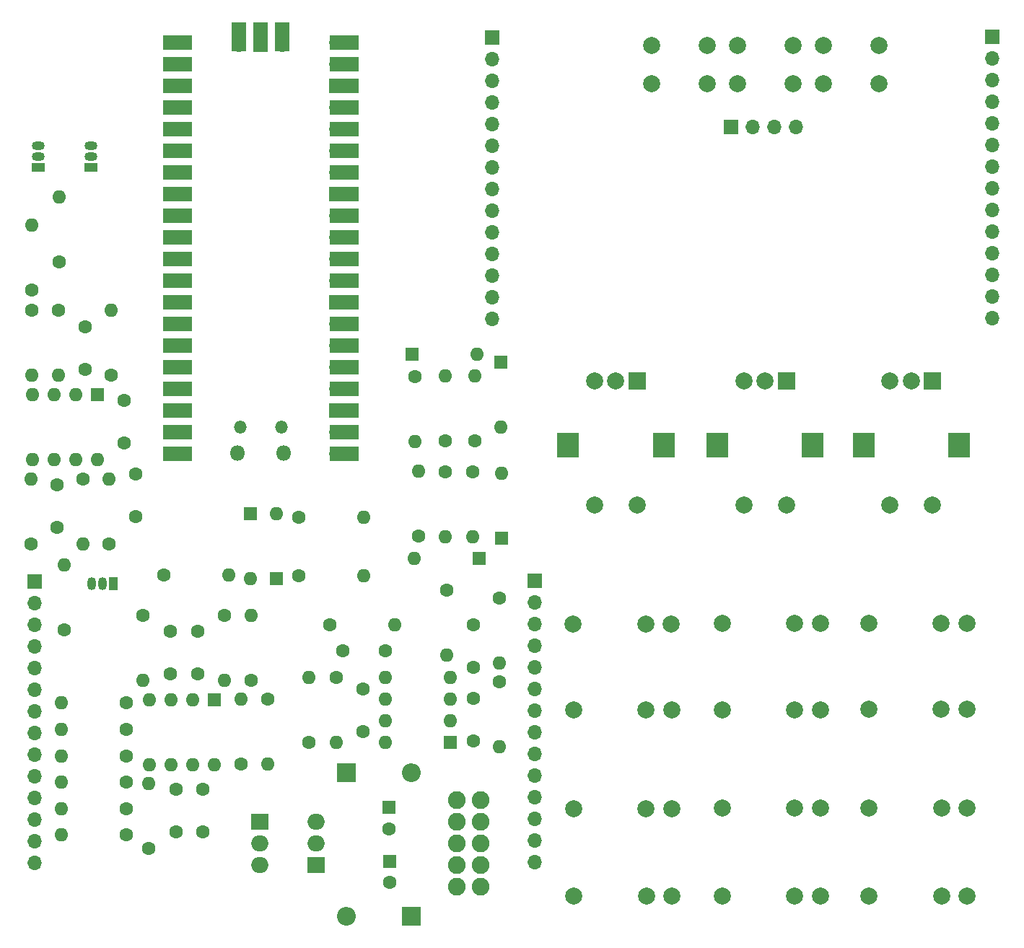
<source format=gbs>
G04 #@! TF.GenerationSoftware,KiCad,Pcbnew,(6.0.0-0)*
G04 #@! TF.CreationDate,2022-05-01T22:25:31-03:00*
G04 #@! TF.ProjectId,3lw_fp_and_bp_circuit,336c775f-6670-45f6-916e-645f62705f63,rev?*
G04 #@! TF.SameCoordinates,Original*
G04 #@! TF.FileFunction,Soldermask,Bot*
G04 #@! TF.FilePolarity,Negative*
%FSLAX46Y46*%
G04 Gerber Fmt 4.6, Leading zero omitted, Abs format (unit mm)*
G04 Created by KiCad (PCBNEW (6.0.0-0)) date 2022-05-01 22:25:31*
%MOMM*%
%LPD*%
G01*
G04 APERTURE LIST*
%ADD10C,1.600000*%
%ADD11O,1.600000X1.600000*%
%ADD12C,2.000000*%
%ADD13R,1.600000X1.600000*%
%ADD14R,1.500000X1.050000*%
%ADD15O,1.500000X1.050000*%
%ADD16R,1.700000X1.700000*%
%ADD17O,1.700000X1.700000*%
%ADD18R,2.000000X2.000000*%
%ADD19R,2.500000X3.000000*%
%ADD20R,1.050000X1.500000*%
%ADD21O,1.050000X1.500000*%
%ADD22C,2.082800*%
%ADD23O,1.800000X1.800000*%
%ADD24O,1.500000X1.500000*%
%ADD25R,3.500000X1.700000*%
%ADD26R,1.700000X3.500000*%
%ADD27R,2.000000X1.905000*%
%ADD28O,2.000000X1.905000*%
%ADD29R,2.200000X2.200000*%
%ADD30O,2.200000X2.200000*%
G04 APERTURE END LIST*
D10*
X25752109Y-91650000D03*
D11*
X25752109Y-84030000D03*
D12*
X97067827Y-122936789D03*
X85567827Y-122936789D03*
X94067827Y-122936789D03*
D10*
X33016509Y-112630400D03*
D11*
X25396509Y-112630400D03*
D13*
X50669509Y-85655600D03*
D11*
X50669509Y-78035600D03*
D12*
X114466800Y-90911520D03*
X102966800Y-90911520D03*
X111466800Y-90911520D03*
D10*
X44598909Y-89922800D03*
D11*
X44598909Y-97542800D03*
D10*
X31238509Y-61779600D03*
D11*
X31238509Y-54159600D03*
D10*
X57690306Y-97238000D03*
D11*
X57690306Y-104858000D03*
D13*
X66595309Y-59290400D03*
D11*
X74215309Y-59290400D03*
D10*
X34997709Y-89922800D03*
D11*
X34997709Y-97542800D03*
D10*
X76856909Y-87941600D03*
D11*
X76856909Y-95561600D03*
D10*
X32813309Y-69715200D03*
X32813309Y-64715200D03*
X53285709Y-78442000D03*
D11*
X60905709Y-78442000D03*
D12*
X114485150Y-122898782D03*
X102985150Y-122898782D03*
X111485150Y-122898782D03*
D14*
X22704109Y-37395600D03*
D15*
X22704109Y-36125600D03*
X22704109Y-34855600D03*
D12*
X131656205Y-90911520D03*
X120156205Y-90911520D03*
X128656205Y-90911520D03*
X97042427Y-112641277D03*
X85542427Y-112641277D03*
X94042427Y-112641277D03*
D10*
X60789106Y-98609600D03*
X60789106Y-103609600D03*
X21992909Y-54159600D03*
D11*
X21992909Y-61779600D03*
D10*
X49628109Y-99778000D03*
D11*
X49628109Y-107398000D03*
D12*
X96991627Y-90936920D03*
X85491627Y-90936920D03*
X93991627Y-90936920D03*
D10*
X58405709Y-94139200D03*
X63405709Y-94139200D03*
D12*
X104742200Y-23056606D03*
X111242200Y-23056606D03*
X111242200Y-27556606D03*
X104742200Y-27556606D03*
D10*
X33016509Y-106432800D03*
D11*
X25396509Y-106432800D03*
D10*
X34134109Y-73351200D03*
X34134109Y-78351200D03*
X38198109Y-91842400D03*
X38198109Y-96842400D03*
X73935909Y-69501200D03*
D11*
X73935909Y-61881200D03*
D13*
X43379709Y-99828800D03*
D11*
X40839709Y-99828800D03*
X38299709Y-99828800D03*
X35759709Y-99828800D03*
X35759709Y-107448800D03*
X38299709Y-107448800D03*
X40839709Y-107448800D03*
X43379709Y-107448800D03*
D14*
X28906109Y-37395600D03*
D15*
X28906109Y-36125600D03*
X28906109Y-34855600D03*
D10*
X33016509Y-109531600D03*
D11*
X25396509Y-109531600D03*
D16*
X104014400Y-32675256D03*
D17*
X106554400Y-32675256D03*
X109094400Y-32675256D03*
X111634400Y-32675256D03*
D10*
X25142509Y-48470000D03*
D11*
X25142509Y-40850000D03*
D10*
X42058909Y-115384400D03*
X42058909Y-110384400D03*
D13*
X76958509Y-60204800D03*
D11*
X76958509Y-67824800D03*
D12*
X114485150Y-112603270D03*
X102985150Y-112603270D03*
X111485150Y-112603270D03*
D13*
X47646909Y-78035600D03*
D11*
X47646909Y-85655600D03*
D10*
X70506909Y-69475800D03*
D11*
X70506909Y-61855800D03*
D10*
X21891309Y-81540800D03*
D11*
X21891309Y-73920800D03*
D10*
X47697709Y-97542800D03*
D11*
X47697709Y-89922800D03*
D10*
X53285709Y-85274600D03*
D11*
X60905709Y-85274600D03*
D10*
X35708909Y-117304000D03*
D11*
X35708909Y-109684000D03*
D12*
X97017027Y-101046525D03*
X85517027Y-101046525D03*
X94017027Y-101046525D03*
D10*
X70608509Y-86976400D03*
D11*
X70608509Y-94596400D03*
D10*
X37486909Y-85223800D03*
D11*
X45106909Y-85223800D03*
D18*
X92984227Y-62470866D03*
D12*
X87984227Y-62470866D03*
X90484227Y-62470866D03*
D19*
X84884227Y-69970866D03*
X96084227Y-69970866D03*
D12*
X92984227Y-76970866D03*
X87984227Y-76970866D03*
D10*
X33016509Y-115729200D03*
D11*
X25396509Y-115729200D03*
D18*
X127638205Y-62470866D03*
D12*
X122638205Y-62470866D03*
X125138205Y-62470866D03*
D19*
X119538205Y-69970866D03*
X130738205Y-69970866D03*
D12*
X127638205Y-76970866D03*
X122638205Y-76970866D03*
D10*
X21992909Y-51772000D03*
D11*
X21992909Y-44152000D03*
D10*
X31035309Y-81540800D03*
D11*
X31035309Y-73920800D03*
D13*
X74443909Y-83242600D03*
D11*
X66823909Y-83242600D03*
D10*
X67357309Y-80677200D03*
D11*
X67357309Y-73057200D03*
D10*
X28190509Y-61119200D03*
X28190509Y-56119200D03*
D12*
X121314264Y-23056606D03*
X114814264Y-23056606D03*
X114814264Y-27556606D03*
X121314264Y-27556606D03*
D18*
X110492200Y-62470866D03*
D12*
X105492200Y-62470866D03*
X107992200Y-62470866D03*
D19*
X102392200Y-69970866D03*
X113592200Y-69970866D03*
D12*
X110492200Y-76970866D03*
X105492200Y-76970866D03*
D13*
X29653709Y-64065600D03*
D11*
X27113709Y-64065600D03*
X24573709Y-64065600D03*
X22033709Y-64065600D03*
X22033709Y-71685600D03*
X24573709Y-71685600D03*
X27113709Y-71685600D03*
X29653709Y-71685600D03*
D10*
X25091709Y-54159600D03*
D11*
X25091709Y-61779600D03*
D12*
X131668455Y-100995725D03*
X120168455Y-100995725D03*
X128668455Y-100995725D03*
D13*
X71040706Y-104898800D03*
D11*
X71040706Y-102358800D03*
X71040706Y-99818800D03*
X71040706Y-97278800D03*
X63420706Y-97278800D03*
X63420706Y-99818800D03*
X63420706Y-102358800D03*
X63420706Y-104898800D03*
D10*
X46529309Y-107398000D03*
D11*
X46529309Y-99778000D03*
D10*
X24939309Y-74621200D03*
X24939309Y-79621200D03*
D12*
X94719973Y-23056606D03*
X101219973Y-23056606D03*
X101219973Y-27556606D03*
X94719973Y-27556606D03*
D10*
X66874709Y-61932000D03*
D11*
X66874709Y-69552000D03*
D10*
X41449309Y-91842400D03*
X41449309Y-96842400D03*
D12*
X131699055Y-112603270D03*
X120199055Y-112603270D03*
X128699055Y-112603270D03*
D10*
X38858509Y-115384400D03*
X38858509Y-110384400D03*
X73707309Y-73108000D03*
D11*
X73707309Y-80728000D03*
D10*
X33016509Y-103334000D03*
D11*
X25396509Y-103334000D03*
D10*
X33028909Y-100235200D03*
D11*
X25408909Y-100235200D03*
D12*
X114485150Y-101021125D03*
X102985150Y-101021125D03*
X111485150Y-101021125D03*
D10*
X56943309Y-91040400D03*
D11*
X64563309Y-91040400D03*
D10*
X73758109Y-99665600D03*
X73758109Y-104665600D03*
D12*
X131692955Y-122878582D03*
X120192955Y-122878582D03*
X128692955Y-122878582D03*
D16*
X22326800Y-85995800D03*
D17*
X22326800Y-88535800D03*
X22326800Y-91075800D03*
X22326800Y-93615800D03*
X22326800Y-96155800D03*
X22326800Y-98695800D03*
X22326800Y-101235800D03*
X22326800Y-103775800D03*
X22326800Y-106315800D03*
X22326800Y-108855800D03*
X22326800Y-111395800D03*
X22326800Y-113935800D03*
X22326800Y-116475800D03*
X22326800Y-119015800D03*
D10*
X54489906Y-104858000D03*
D11*
X54489906Y-97238000D03*
D10*
X73758109Y-91069600D03*
X73758109Y-96069600D03*
D20*
X31492509Y-86214400D03*
D21*
X30222509Y-86214400D03*
X28952509Y-86214400D03*
D10*
X76856909Y-97746000D03*
D11*
X76856909Y-105366000D03*
D10*
X70506909Y-73108000D03*
D11*
X70506909Y-80728000D03*
D13*
X77060109Y-80880400D03*
D11*
X77060109Y-73260400D03*
D10*
X27987309Y-73920800D03*
D11*
X27987309Y-81540800D03*
D16*
X75995343Y-22156677D03*
D17*
X75995343Y-24696677D03*
X75995343Y-27236677D03*
X75995343Y-29776677D03*
X75995343Y-32316677D03*
X75995343Y-34856677D03*
X75995343Y-37396677D03*
X75995343Y-39936677D03*
X75995343Y-42476677D03*
X75995343Y-45016677D03*
X75995343Y-47556677D03*
X75995343Y-50096677D03*
X75995343Y-52636677D03*
X75995343Y-55176677D03*
D13*
X63953709Y-118800676D03*
D10*
X63953709Y-121300676D03*
D22*
X71786909Y-121825200D03*
X74580909Y-121825200D03*
X71786909Y-119285200D03*
X74580909Y-119285200D03*
X71786909Y-116745200D03*
X74580909Y-116745200D03*
X71786909Y-114205200D03*
X74580909Y-114205200D03*
X71786909Y-111665200D03*
X74580909Y-111665200D03*
D23*
X51540309Y-70886200D03*
X46090309Y-70886200D03*
D24*
X46390309Y-67856200D03*
X51240309Y-67856200D03*
D17*
X39925309Y-71016200D03*
D25*
X39025309Y-71016200D03*
D17*
X39925309Y-68476200D03*
D25*
X39025309Y-68476200D03*
D16*
X39925309Y-65936200D03*
D25*
X39025309Y-65936200D03*
X39025309Y-63396200D03*
D17*
X39925309Y-63396200D03*
X39925309Y-60856200D03*
D25*
X39025309Y-60856200D03*
X39025309Y-58316200D03*
D17*
X39925309Y-58316200D03*
D25*
X39025309Y-55776200D03*
D17*
X39925309Y-55776200D03*
D25*
X39025309Y-53236200D03*
D16*
X39925309Y-53236200D03*
D25*
X39025309Y-50696200D03*
D17*
X39925309Y-50696200D03*
X39925309Y-48156200D03*
D25*
X39025309Y-48156200D03*
X39025309Y-45616200D03*
D17*
X39925309Y-45616200D03*
D25*
X39025309Y-43076200D03*
D17*
X39925309Y-43076200D03*
D16*
X39925309Y-40536200D03*
D25*
X39025309Y-40536200D03*
D17*
X39925309Y-37996200D03*
D25*
X39025309Y-37996200D03*
D17*
X39925309Y-35456200D03*
D25*
X39025309Y-35456200D03*
X39025309Y-32916200D03*
D17*
X39925309Y-32916200D03*
X39925309Y-30376200D03*
D25*
X39025309Y-30376200D03*
D16*
X39925309Y-27836200D03*
D25*
X39025309Y-27836200D03*
D17*
X39925309Y-25296200D03*
D25*
X39025309Y-25296200D03*
D17*
X39925309Y-22756200D03*
D25*
X39025309Y-22756200D03*
X58605309Y-22756200D03*
D17*
X57705309Y-22756200D03*
X57705309Y-25296200D03*
D25*
X58605309Y-25296200D03*
D16*
X57705309Y-27836200D03*
D25*
X58605309Y-27836200D03*
X58605309Y-30376200D03*
D17*
X57705309Y-30376200D03*
X57705309Y-32916200D03*
D25*
X58605309Y-32916200D03*
D17*
X57705309Y-35456200D03*
D25*
X58605309Y-35456200D03*
D17*
X57705309Y-37996200D03*
D25*
X58605309Y-37996200D03*
X58605309Y-40536200D03*
D16*
X57705309Y-40536200D03*
D25*
X58605309Y-43076200D03*
D17*
X57705309Y-43076200D03*
X57705309Y-45616200D03*
D25*
X58605309Y-45616200D03*
D17*
X57705309Y-48156200D03*
D25*
X58605309Y-48156200D03*
X58605309Y-50696200D03*
D17*
X57705309Y-50696200D03*
D16*
X57705309Y-53236200D03*
D25*
X58605309Y-53236200D03*
X58605309Y-55776200D03*
D17*
X57705309Y-55776200D03*
X57705309Y-58316200D03*
D25*
X58605309Y-58316200D03*
D17*
X57705309Y-60856200D03*
D25*
X58605309Y-60856200D03*
D17*
X57705309Y-63396200D03*
D25*
X58605309Y-63396200D03*
D16*
X57705309Y-65936200D03*
D25*
X58605309Y-65936200D03*
D17*
X57705309Y-68476200D03*
D25*
X58605309Y-68476200D03*
X58605309Y-71016200D03*
D17*
X57705309Y-71016200D03*
D26*
X46275309Y-22086200D03*
D17*
X46275309Y-22986200D03*
D26*
X48815309Y-22086200D03*
D16*
X48815309Y-22986200D03*
D26*
X51355309Y-22086200D03*
D17*
X51355309Y-22986200D03*
D27*
X48713709Y-114154400D03*
D28*
X48713709Y-116694400D03*
X48713709Y-119234400D03*
D29*
X66493709Y-125240790D03*
D30*
X58873709Y-125240790D03*
D16*
X80988272Y-85928400D03*
D17*
X80988272Y-88468400D03*
X80988272Y-91008400D03*
X80988272Y-93548400D03*
X80988272Y-96088400D03*
X80988272Y-98628400D03*
X80988272Y-101168400D03*
X80988272Y-103708400D03*
X80988272Y-106248400D03*
X80988272Y-108788400D03*
X80988272Y-111328400D03*
X80988272Y-113868400D03*
X80988272Y-116408400D03*
X80988272Y-118948400D03*
D29*
X58873709Y-108414000D03*
D30*
X66493709Y-108414000D03*
D16*
X134661699Y-22098200D03*
D17*
X134661699Y-24638200D03*
X134661699Y-27178200D03*
X134661699Y-29718200D03*
X134661699Y-32258200D03*
X134661699Y-34798200D03*
X134661699Y-37338200D03*
X134661699Y-39878200D03*
X134661699Y-42418200D03*
X134661699Y-44958200D03*
X134661699Y-47498200D03*
X134661699Y-50038200D03*
X134661699Y-52578200D03*
X134661699Y-55118200D03*
D13*
X63899234Y-112518674D03*
D10*
X63899234Y-115018674D03*
D27*
X55337909Y-119234400D03*
D28*
X55337909Y-116694400D03*
X55337909Y-114154400D03*
M02*

</source>
